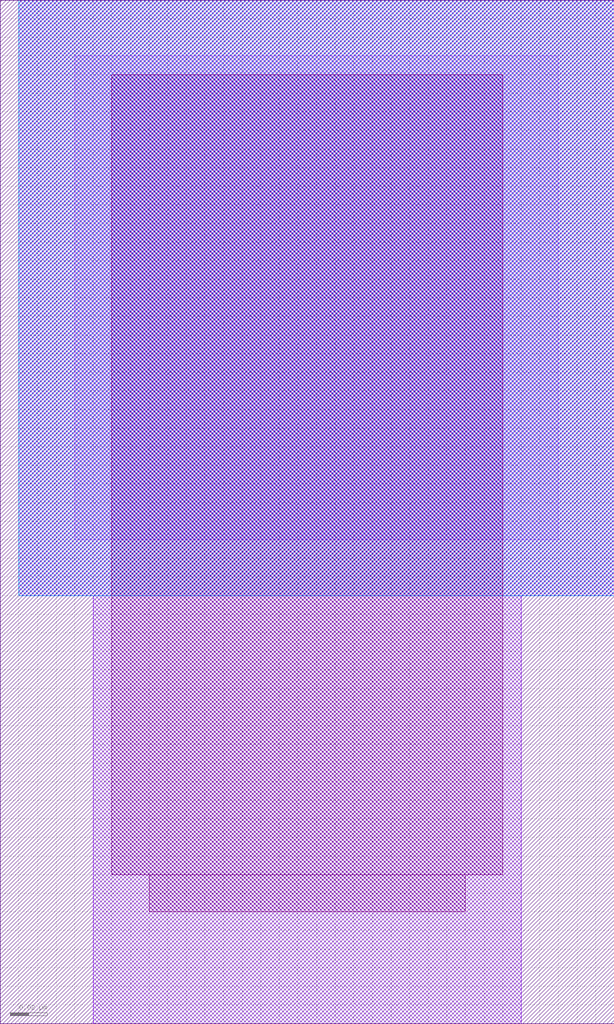
<source format=lef>
VERSION 5.7 ;
  NOWIREEXTENSIONATPIN ON ;
  DIVIDERCHAR "/" ;
  BUSBITCHARS "[]" ;
UNITS
  DATABASE MICRONS 200 ;
END UNITS

LAYER via2
  TYPE CUT ;
END via2

LAYER via
  TYPE CUT ;
END via

LAYER nwell
  TYPE MASTERSLICE ;
END nwell

LAYER via3
  TYPE CUT ;
END via3

LAYER pwell
  TYPE MASTERSLICE ;
END pwell

LAYER via4
  TYPE CUT ;
END via4

LAYER mcon
  TYPE CUT ;
END mcon

LAYER met6
  TYPE ROUTING ;
  WIDTH 0.030000 ;
  SPACING 0.040000 ;
  DIRECTION HORIZONTAL ;
END met6

LAYER met1
  TYPE ROUTING ;
  WIDTH 0.140000 ;
  SPACING 0.140000 ;
  DIRECTION HORIZONTAL ;
END met1

LAYER met3
  TYPE ROUTING ;
  WIDTH 0.300000 ;
  SPACING 0.300000 ;
  DIRECTION HORIZONTAL ;
END met3

LAYER met2
  TYPE ROUTING ;
  WIDTH 0.140000 ;
  SPACING 0.140000 ;
  DIRECTION HORIZONTAL ;
END met2

LAYER met4
  TYPE ROUTING ;
  WIDTH 0.300000 ;
  SPACING 0.300000 ;
  DIRECTION HORIZONTAL ;
END met4

LAYER met5
  TYPE ROUTING ;
  WIDTH 1.600000 ;
  SPACING 1.600000 ;
  DIRECTION HORIZONTAL ;
END met5

LAYER li1
  TYPE ROUTING ;
  WIDTH 0.170000 ;
  SPACING 0.170000 ;
  DIRECTION HORIZONTAL ;
END li1

MACRO sky130_hilas_poly2m2
  CLASS BLOCK ;
  FOREIGN sky130_hilas_poly2m2 ;
  ORIGIN 0.090 0.260 ;
  SIZE 0.330 BY 0.550 ;
  OBS
      LAYER li1 ;
        RECT -0.030 -0.180 0.180 0.250 ;
        RECT -0.010 -0.200 0.160 -0.180 ;
      LAYER met1 ;
        RECT -0.080 -0.030 0.240 0.290 ;
        RECT -0.040 -0.260 0.190 -0.030 ;
      LAYER via ;
        RECT -0.050 0.000 0.210 0.260 ;
      LAYER met2 ;
        RECT -0.080 -0.030 0.240 0.290 ;
  END
END sky130_hilas_poly2m2
END LIBRARY


</source>
